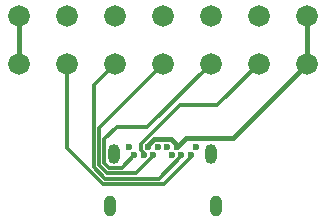
<source format=gbr>
%TF.GenerationSoftware,KiCad,Pcbnew,7.0.5*%
%TF.CreationDate,2024-03-06T09:17:32-05:00*%
%TF.ProjectId,SaberCord_Copy_Male,53616265-7243-46f7-9264-5f436f70795f,rev?*%
%TF.SameCoordinates,Original*%
%TF.FileFunction,Copper,L2,Bot*%
%TF.FilePolarity,Positive*%
%FSLAX46Y46*%
G04 Gerber Fmt 4.6, Leading zero omitted, Abs format (unit mm)*
G04 Created by KiCad (PCBNEW 7.0.5) date 2024-03-06 09:17:32*
%MOMM*%
%LPD*%
G01*
G04 APERTURE LIST*
%TA.AperFunction,ComponentPad*%
%ADD10O,1.000000X1.700000*%
%TD*%
%TA.AperFunction,ComponentPad*%
%ADD11O,1.000000X1.800000*%
%TD*%
%TA.AperFunction,ComponentPad*%
%ADD12C,0.600000*%
%TD*%
%TA.AperFunction,ComponentPad*%
%ADD13C,1.828800*%
%TD*%
%TA.AperFunction,Conductor*%
%ADD14C,0.300000*%
%TD*%
%TA.AperFunction,Conductor*%
%ADD15C,0.400000*%
%TD*%
G04 APERTURE END LIST*
D10*
%TO.P,J2,1*%
%TO.N,N/C*%
X136210000Y-89440000D03*
D11*
%TO.P,J2,2*%
X135850000Y-93830000D03*
%TO.P,J2,3*%
X144820000Y-93830000D03*
D10*
%TO.P,J2,4*%
X144460000Y-89440000D03*
D12*
%TO.P,J2,B1,b1*%
%TO.N,GND*%
X143135000Y-88840000D03*
%TO.P,J2,B2,b2*%
%TO.N,/CAN2_H*%
X142735000Y-89540000D03*
%TO.P,J2,B3,b3*%
%TO.N,/CAN2_L*%
X141935000Y-89540000D03*
%TO.P,J2,B4,b4*%
%TO.N,+12V*%
X141535000Y-88840000D03*
%TO.P,J2,B5,b5*%
%TO.N,unconnected-(J2-b5-PadB5)*%
X141135000Y-89540000D03*
%TO.P,J2,B6,b6*%
%TO.N,unconnected-(J2-b6-PadB6)*%
X140735000Y-88840000D03*
%TO.P,J2,B7,b7*%
%TO.N,unconnected-(J2-b7-PadB7)*%
X139935000Y-88840000D03*
%TO.P,J2,B8,b8*%
%TO.N,/SBU2*%
X139535000Y-89540000D03*
%TO.P,J2,B9,b9*%
%TO.N,+12V*%
X139135000Y-88840000D03*
%TO.P,J2,B10,b10*%
%TO.N,/CAN3_L*%
X138735000Y-89540000D03*
%TO.P,J2,B11,b11*%
%TO.N,/CAN3_H*%
X137935000Y-89540000D03*
%TO.P,J2,B12,b12*%
%TO.N,GND*%
X137535000Y-88840000D03*
%TD*%
D13*
%TO.P,J1,1,Pin_1a*%
%TO.N,GND*%
X128143000Y-77724000D03*
%TO.P,J1,2,Pin_2a*%
%TO.N,/CAN0_H*%
X132207000Y-77724000D03*
%TO.P,J1,3,Pin_3a*%
%TO.N,/CAN0_L*%
X136271000Y-77724000D03*
%TO.P,J1,4,Pin_4a*%
%TO.N,/SBU1*%
X140335000Y-77724000D03*
%TO.P,J1,5,Pin_5a*%
%TO.N,/CAN1_L*%
X144399000Y-77724000D03*
%TO.P,J1,6,Pin_6a*%
%TO.N,/CAN1_H*%
X148463000Y-77724000D03*
%TO.P,J1,7,Pin_7a*%
%TO.N,+12V*%
X152527000Y-77724000D03*
%TO.P,J1,8,Pin_1b*%
%TO.N,GND*%
X128143000Y-81788000D03*
%TO.P,J1,9,Pin_2b*%
%TO.N,/CAN2_H*%
X132207000Y-81788000D03*
%TO.P,J1,10,Pin_3b*%
%TO.N,/CAN2_L*%
X136271000Y-81788000D03*
%TO.P,J1,11,Pin_4b*%
%TO.N,/SBU2*%
X140335000Y-81788000D03*
%TO.P,J1,12,Pin_5b*%
%TO.N,/CAN3_H*%
X144399000Y-81788000D03*
%TO.P,J1,13,Pin_6b*%
%TO.N,/CAN3_L*%
X148463000Y-81788000D03*
%TO.P,J1,14,Pin_7b*%
%TO.N,+12V*%
X152527000Y-81788000D03*
%TD*%
D14*
%TO.N,/CAN3_H*%
X136869600Y-90605400D02*
X137935000Y-89540000D01*
X135837400Y-90605400D02*
X136869600Y-90605400D01*
X135396100Y-90164100D02*
X135837400Y-90605400D01*
X135396100Y-88186100D02*
X135396100Y-90164100D01*
X136443600Y-87138600D02*
X135396100Y-88186100D01*
X139048400Y-87138600D02*
X136443600Y-87138600D01*
X144399000Y-81788000D02*
X139048400Y-87138600D01*
%TO.N,/CAN3_L*%
X138735000Y-89321700D02*
X138735000Y-89540000D01*
X138529200Y-89115900D02*
X138735000Y-89321700D01*
X138529200Y-88564500D02*
X138529200Y-89115900D01*
X141790000Y-85303700D02*
X138529200Y-88564500D01*
X144947300Y-85303700D02*
X141790000Y-85303700D01*
X148463000Y-81788000D02*
X144947300Y-85303700D01*
%TO.N,/SBU2*%
X139535000Y-89621700D02*
X139535000Y-89540000D01*
X138099400Y-91057300D02*
X139535000Y-89621700D01*
X135650300Y-91057300D02*
X138099400Y-91057300D01*
X134944200Y-90351200D02*
X135650300Y-91057300D01*
X134944200Y-87178800D02*
X134944200Y-90351200D01*
X140335000Y-81788000D02*
X134944200Y-87178800D01*
%TO.N,/CAN2_L*%
X141935000Y-89625300D02*
X141935000Y-89540000D01*
X140051100Y-91509200D02*
X141935000Y-89625300D01*
X135463200Y-91509200D02*
X140051100Y-91509200D01*
X134492300Y-90538300D02*
X135463200Y-91509200D01*
X134492300Y-83566700D02*
X134492300Y-90538300D01*
X136271000Y-81788000D02*
X134492300Y-83566700D01*
%TO.N,/CAN2_H*%
X142735000Y-89669100D02*
X142735000Y-89540000D01*
X140443000Y-91961100D02*
X142735000Y-89669100D01*
X135276100Y-91961100D02*
X140443000Y-91961100D01*
X132207000Y-88892000D02*
X135276100Y-91961100D01*
X132207000Y-81788000D02*
X132207000Y-88892000D01*
D15*
%TO.N,GND*%
X128143000Y-81788000D02*
X128143000Y-77724000D01*
%TO.N,+12V*%
X152527000Y-77724000D02*
X152527000Y-81788000D01*
X141070600Y-88188100D02*
X141628800Y-88746200D01*
X139641300Y-88188100D02*
X141070600Y-88188100D01*
X139135000Y-88694400D02*
X139641300Y-88188100D01*
X139135000Y-88840000D02*
X139135000Y-88694400D01*
X142318700Y-88056300D02*
X141628800Y-88746200D01*
X146258700Y-88056300D02*
X142318700Y-88056300D01*
X152527000Y-81788000D02*
X146258700Y-88056300D01*
X141628800Y-88746200D02*
X141535000Y-88840000D01*
%TD*%
M02*

</source>
